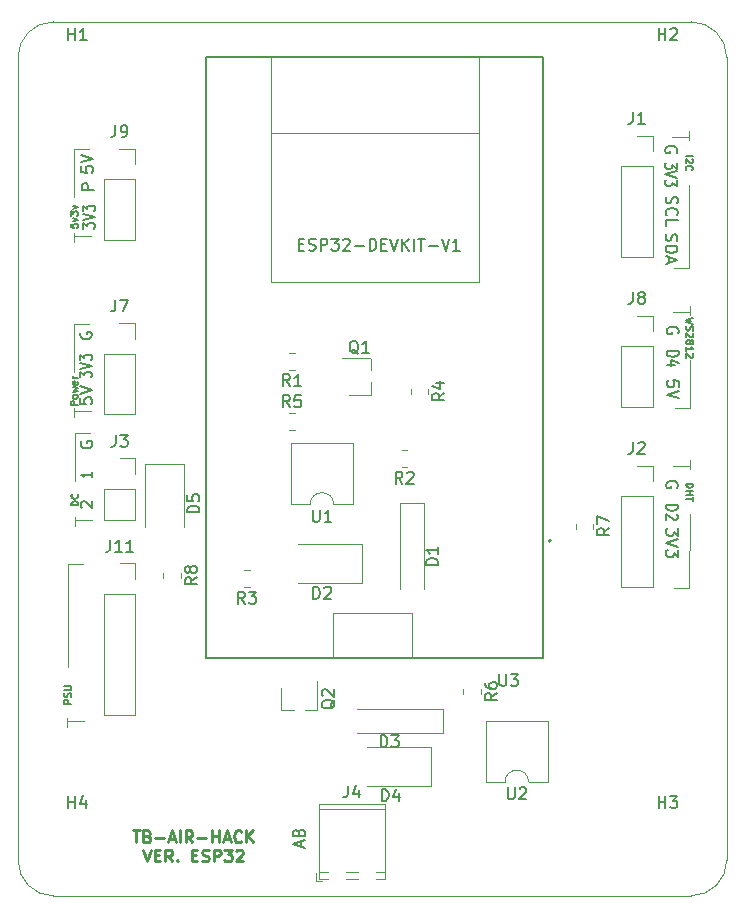
<source format=gbr>
%TF.GenerationSoftware,KiCad,Pcbnew,(6.0.7)*%
%TF.CreationDate,2022-08-26T02:08:05+02:00*%
%TF.ProjectId,airpcb_smd,61697270-6362-45f7-936d-642e6b696361,rev?*%
%TF.SameCoordinates,Original*%
%TF.FileFunction,Legend,Top*%
%TF.FilePolarity,Positive*%
%FSLAX46Y46*%
G04 Gerber Fmt 4.6, Leading zero omitted, Abs format (unit mm)*
G04 Created by KiCad (PCBNEW (6.0.7)) date 2022-08-26 02:08:05*
%MOMM*%
%LPD*%
G01*
G04 APERTURE LIST*
%ADD10C,0.250000*%
%ADD11C,0.120000*%
%TA.AperFunction,Profile*%
%ADD12C,0.050000*%
%TD*%
%ADD13C,0.150000*%
%ADD14C,0.127000*%
%ADD15C,0.200000*%
G04 APERTURE END LIST*
D10*
X109717142Y-118467380D02*
X110288571Y-118467380D01*
X110002857Y-119467380D02*
X110002857Y-118467380D01*
X110955238Y-118943571D02*
X111098095Y-118991190D01*
X111145714Y-119038809D01*
X111193333Y-119134047D01*
X111193333Y-119276904D01*
X111145714Y-119372142D01*
X111098095Y-119419761D01*
X111002857Y-119467380D01*
X110621904Y-119467380D01*
X110621904Y-118467380D01*
X110955238Y-118467380D01*
X111050476Y-118515000D01*
X111098095Y-118562619D01*
X111145714Y-118657857D01*
X111145714Y-118753095D01*
X111098095Y-118848333D01*
X111050476Y-118895952D01*
X110955238Y-118943571D01*
X110621904Y-118943571D01*
X111621904Y-119086428D02*
X112383809Y-119086428D01*
X112812380Y-119181666D02*
X113288571Y-119181666D01*
X112717142Y-119467380D02*
X113050476Y-118467380D01*
X113383809Y-119467380D01*
X113717142Y-119467380D02*
X113717142Y-118467380D01*
X114764761Y-119467380D02*
X114431428Y-118991190D01*
X114193333Y-119467380D02*
X114193333Y-118467380D01*
X114574285Y-118467380D01*
X114669523Y-118515000D01*
X114717142Y-118562619D01*
X114764761Y-118657857D01*
X114764761Y-118800714D01*
X114717142Y-118895952D01*
X114669523Y-118943571D01*
X114574285Y-118991190D01*
X114193333Y-118991190D01*
X115193333Y-119086428D02*
X115955238Y-119086428D01*
X116431428Y-119467380D02*
X116431428Y-118467380D01*
X116431428Y-118943571D02*
X117002857Y-118943571D01*
X117002857Y-119467380D02*
X117002857Y-118467380D01*
X117431428Y-119181666D02*
X117907619Y-119181666D01*
X117336190Y-119467380D02*
X117669523Y-118467380D01*
X118002857Y-119467380D01*
X118907619Y-119372142D02*
X118860000Y-119419761D01*
X118717142Y-119467380D01*
X118621904Y-119467380D01*
X118479047Y-119419761D01*
X118383809Y-119324523D01*
X118336190Y-119229285D01*
X118288571Y-119038809D01*
X118288571Y-118895952D01*
X118336190Y-118705476D01*
X118383809Y-118610238D01*
X118479047Y-118515000D01*
X118621904Y-118467380D01*
X118717142Y-118467380D01*
X118860000Y-118515000D01*
X118907619Y-118562619D01*
X119336190Y-119467380D02*
X119336190Y-118467380D01*
X119907619Y-119467380D02*
X119479047Y-118895952D01*
X119907619Y-118467380D02*
X119336190Y-119038809D01*
X110574285Y-120077380D02*
X110907619Y-121077380D01*
X111240952Y-120077380D01*
X111574285Y-120553571D02*
X111907619Y-120553571D01*
X112050476Y-121077380D02*
X111574285Y-121077380D01*
X111574285Y-120077380D01*
X112050476Y-120077380D01*
X113050476Y-121077380D02*
X112717142Y-120601190D01*
X112479047Y-121077380D02*
X112479047Y-120077380D01*
X112860000Y-120077380D01*
X112955238Y-120125000D01*
X113002857Y-120172619D01*
X113050476Y-120267857D01*
X113050476Y-120410714D01*
X113002857Y-120505952D01*
X112955238Y-120553571D01*
X112860000Y-120601190D01*
X112479047Y-120601190D01*
X113479047Y-120982142D02*
X113526666Y-121029761D01*
X113479047Y-121077380D01*
X113431428Y-121029761D01*
X113479047Y-120982142D01*
X113479047Y-121077380D01*
X114717142Y-120553571D02*
X115050476Y-120553571D01*
X115193333Y-121077380D02*
X114717142Y-121077380D01*
X114717142Y-120077380D01*
X115193333Y-120077380D01*
X115574285Y-121029761D02*
X115717142Y-121077380D01*
X115955238Y-121077380D01*
X116050476Y-121029761D01*
X116098095Y-120982142D01*
X116145714Y-120886904D01*
X116145714Y-120791666D01*
X116098095Y-120696428D01*
X116050476Y-120648809D01*
X115955238Y-120601190D01*
X115764761Y-120553571D01*
X115669523Y-120505952D01*
X115621904Y-120458333D01*
X115574285Y-120363095D01*
X115574285Y-120267857D01*
X115621904Y-120172619D01*
X115669523Y-120125000D01*
X115764761Y-120077380D01*
X116002857Y-120077380D01*
X116145714Y-120125000D01*
X116574285Y-121077380D02*
X116574285Y-120077380D01*
X116955238Y-120077380D01*
X117050476Y-120125000D01*
X117098095Y-120172619D01*
X117145714Y-120267857D01*
X117145714Y-120410714D01*
X117098095Y-120505952D01*
X117050476Y-120553571D01*
X116955238Y-120601190D01*
X116574285Y-120601190D01*
X117479047Y-120077380D02*
X118098095Y-120077380D01*
X117764761Y-120458333D01*
X117907619Y-120458333D01*
X118002857Y-120505952D01*
X118050476Y-120553571D01*
X118098095Y-120648809D01*
X118098095Y-120886904D01*
X118050476Y-120982142D01*
X118002857Y-121029761D01*
X117907619Y-121077380D01*
X117621904Y-121077380D01*
X117526666Y-121029761D01*
X117479047Y-120982142D01*
X118479047Y-120172619D02*
X118526666Y-120125000D01*
X118621904Y-120077380D01*
X118860000Y-120077380D01*
X118955238Y-120125000D01*
X119002857Y-120172619D01*
X119050476Y-120267857D01*
X119050476Y-120363095D01*
X119002857Y-120505952D01*
X118431428Y-121077380D01*
X119050476Y-121077380D01*
D11*
X133370000Y-100030000D02*
X133370000Y-103850000D01*
X126660000Y-100030000D02*
X133370000Y-100030000D01*
X126660000Y-103830000D02*
X126660000Y-100030000D01*
X121440000Y-59390000D02*
X139050000Y-59440000D01*
X139060000Y-71990000D02*
X139060000Y-52930000D01*
X121400000Y-72060000D02*
X139060000Y-71990000D01*
X121420000Y-53010000D02*
X121400000Y-72060000D01*
X104160000Y-109156000D02*
X104160000Y-108902000D01*
X104775000Y-75565000D02*
X106045000Y-75565000D01*
X104160000Y-109664000D02*
X104160000Y-109156000D01*
X104230000Y-95940000D02*
X105500000Y-95940000D01*
X156801379Y-59257202D02*
X156801379Y-59765202D01*
X104830000Y-92142000D02*
X106227000Y-92142000D01*
X104775000Y-82931000D02*
X104775000Y-82677000D01*
X104225000Y-104634000D02*
X104220000Y-95940000D01*
X104775000Y-79629000D02*
X104775000Y-75565000D01*
X104775000Y-83439000D02*
X104775000Y-82931000D01*
X156801379Y-59765202D02*
X156801379Y-60019202D01*
X156853305Y-87103970D02*
X156853305Y-87611970D01*
X156870000Y-74584000D02*
X156870000Y-74838000D01*
X156870000Y-78660000D02*
X156870000Y-82710000D01*
X104830000Y-92650000D02*
X104830000Y-92142000D01*
X156801379Y-63841202D02*
X156775000Y-70830000D01*
X104775000Y-68162000D02*
X106172000Y-68162000D01*
X104775000Y-60796000D02*
X106045000Y-60796000D01*
X156848305Y-97900000D02*
X155578305Y-97900000D01*
X156870000Y-74584000D02*
X155473000Y-74584000D01*
X156853305Y-87611970D02*
X155456305Y-87611970D01*
X156853305Y-87611970D02*
X156853305Y-87865970D01*
X104160000Y-109156000D02*
X105557000Y-109156000D01*
X104830000Y-84776000D02*
X106100000Y-84776000D01*
X156775000Y-70830000D02*
X155505000Y-70830000D01*
X156853305Y-91687970D02*
X156850000Y-97920000D01*
X104775000Y-68670000D02*
X104775000Y-68162000D01*
X156801379Y-59765202D02*
X155404379Y-59765202D01*
X104775000Y-64860000D02*
X104775000Y-60796000D01*
X104830000Y-88840000D02*
X104830000Y-84776000D01*
X104775000Y-68162000D02*
X104775000Y-67908000D01*
X104775000Y-82931000D02*
X106172000Y-82931000D01*
X156870000Y-74076000D02*
X156870000Y-74584000D01*
X156865000Y-82690000D02*
X155595000Y-82690000D01*
X104830000Y-92142000D02*
X104830000Y-91888000D01*
D12*
X103000000Y-50000000D02*
G75*
G03*
X100000000Y-53000000I0J-3000000D01*
G01*
X103000000Y-50000000D02*
X157000000Y-50000000D01*
X100000000Y-121000000D02*
G75*
G03*
X103000000Y-124000000I3000000J0D01*
G01*
X160000000Y-53000000D02*
G75*
G03*
X157000000Y-50000000I-3000000J0D01*
G01*
X160000000Y-53000000D02*
X160000000Y-121000000D01*
X103000000Y-124000000D02*
X157000000Y-124000000D01*
X100000000Y-53000000D02*
X100000000Y-121000000D01*
X157000000Y-124000000D02*
G75*
G03*
X160000000Y-121000000I0J3000000D01*
G01*
D13*
X105101428Y-90948142D02*
X104501428Y-90948142D01*
X104501428Y-90805285D01*
X104530000Y-90719571D01*
X104587142Y-90662428D01*
X104644285Y-90633857D01*
X104758571Y-90605285D01*
X104844285Y-90605285D01*
X104958571Y-90633857D01*
X105015714Y-90662428D01*
X105072857Y-90719571D01*
X105101428Y-90805285D01*
X105101428Y-90948142D01*
X105044285Y-90005285D02*
X105072857Y-90033857D01*
X105101428Y-90119571D01*
X105101428Y-90176714D01*
X105072857Y-90262428D01*
X105015714Y-90319571D01*
X104958571Y-90348142D01*
X104844285Y-90376714D01*
X104758571Y-90376714D01*
X104644285Y-90348142D01*
X104587142Y-90319571D01*
X104530000Y-90262428D01*
X104501428Y-90176714D01*
X104501428Y-90119571D01*
X104530000Y-90033857D01*
X104558571Y-90005285D01*
X154875238Y-67985714D02*
X154827619Y-68128571D01*
X154827619Y-68366666D01*
X154875238Y-68461904D01*
X154922857Y-68509523D01*
X155018095Y-68557142D01*
X155113333Y-68557142D01*
X155208571Y-68509523D01*
X155256190Y-68461904D01*
X155303809Y-68366666D01*
X155351428Y-68176190D01*
X155399047Y-68080952D01*
X155446666Y-68033333D01*
X155541904Y-67985714D01*
X155637142Y-67985714D01*
X155732380Y-68033333D01*
X155780000Y-68080952D01*
X155827619Y-68176190D01*
X155827619Y-68414285D01*
X155780000Y-68557142D01*
X154827619Y-68985714D02*
X155827619Y-68985714D01*
X155827619Y-69223809D01*
X155780000Y-69366666D01*
X155684761Y-69461904D01*
X155589523Y-69509523D01*
X155399047Y-69557142D01*
X155256190Y-69557142D01*
X155065714Y-69509523D01*
X154970476Y-69461904D01*
X154875238Y-69366666D01*
X154827619Y-69223809D01*
X154827619Y-68985714D01*
X155113333Y-69938095D02*
X155113333Y-70414285D01*
X154827619Y-69842857D02*
X155827619Y-70176190D01*
X154827619Y-70509523D01*
X105346000Y-85530095D02*
X105298380Y-85625333D01*
X105298380Y-85768190D01*
X105346000Y-85911047D01*
X105441238Y-86006285D01*
X105536476Y-86053904D01*
X105726952Y-86101523D01*
X105869809Y-86101523D01*
X106060285Y-86053904D01*
X106155523Y-86006285D01*
X106250761Y-85911047D01*
X106298380Y-85768190D01*
X106298380Y-85672952D01*
X106250761Y-85530095D01*
X106203142Y-85482476D01*
X105869809Y-85482476D01*
X105869809Y-85672952D01*
X157188571Y-75080488D02*
X156588571Y-75223345D01*
X157017142Y-75337631D01*
X156588571Y-75451917D01*
X157188571Y-75594774D01*
X156617142Y-75794774D02*
X156588571Y-75880488D01*
X156588571Y-76023345D01*
X156617142Y-76080488D01*
X156645714Y-76109060D01*
X156702857Y-76137631D01*
X156760000Y-76137631D01*
X156817142Y-76109060D01*
X156845714Y-76080488D01*
X156874285Y-76023345D01*
X156902857Y-75909060D01*
X156931428Y-75851917D01*
X156960000Y-75823345D01*
X157017142Y-75794774D01*
X157074285Y-75794774D01*
X157131428Y-75823345D01*
X157160000Y-75851917D01*
X157188571Y-75909060D01*
X157188571Y-76051917D01*
X157160000Y-76137631D01*
X157131428Y-76366203D02*
X157160000Y-76394774D01*
X157188571Y-76451917D01*
X157188571Y-76594774D01*
X157160000Y-76651917D01*
X157131428Y-76680488D01*
X157074285Y-76709060D01*
X157017142Y-76709060D01*
X156931428Y-76680488D01*
X156588571Y-76337631D01*
X156588571Y-76709060D01*
X156931428Y-77051917D02*
X156960000Y-76994774D01*
X156988571Y-76966203D01*
X157045714Y-76937631D01*
X157074285Y-76937631D01*
X157131428Y-76966203D01*
X157160000Y-76994774D01*
X157188571Y-77051917D01*
X157188571Y-77166203D01*
X157160000Y-77223345D01*
X157131428Y-77251917D01*
X157074285Y-77280488D01*
X157045714Y-77280488D01*
X156988571Y-77251917D01*
X156960000Y-77223345D01*
X156931428Y-77166203D01*
X156931428Y-77051917D01*
X156902857Y-76994774D01*
X156874285Y-76966203D01*
X156817142Y-76937631D01*
X156702857Y-76937631D01*
X156645714Y-76966203D01*
X156617142Y-76994774D01*
X156588571Y-77051917D01*
X156588571Y-77166203D01*
X156617142Y-77223345D01*
X156645714Y-77251917D01*
X156702857Y-77280488D01*
X156817142Y-77280488D01*
X156874285Y-77251917D01*
X156902857Y-77223345D01*
X156931428Y-77166203D01*
X156588571Y-77851917D02*
X156588571Y-77509060D01*
X156588571Y-77680488D02*
X157188571Y-77680488D01*
X157102857Y-77623345D01*
X157045714Y-77566203D01*
X157017142Y-77509060D01*
X157131428Y-78080488D02*
X157160000Y-78109060D01*
X157188571Y-78166203D01*
X157188571Y-78309060D01*
X157160000Y-78366203D01*
X157131428Y-78394774D01*
X157074285Y-78423345D01*
X157017142Y-78423345D01*
X156931428Y-78394774D01*
X156588571Y-78051917D01*
X156588571Y-78423345D01*
X155960302Y-80889523D02*
X155960302Y-80413333D01*
X155484111Y-80365714D01*
X155531730Y-80413333D01*
X155579349Y-80508571D01*
X155579349Y-80746666D01*
X155531730Y-80841904D01*
X155484111Y-80889523D01*
X155388873Y-80937142D01*
X155150778Y-80937142D01*
X155055540Y-80889523D01*
X155007921Y-80841904D01*
X154960302Y-80746666D01*
X154960302Y-80508571D01*
X155007921Y-80413333D01*
X155055540Y-80365714D01*
X155960302Y-81222857D02*
X154960302Y-81556190D01*
X155960302Y-81889523D01*
X155787619Y-61929523D02*
X155787619Y-62424761D01*
X155406666Y-62158095D01*
X155406666Y-62272380D01*
X155359047Y-62348571D01*
X155311428Y-62386666D01*
X155216190Y-62424761D01*
X154978095Y-62424761D01*
X154882857Y-62386666D01*
X154835238Y-62348571D01*
X154787619Y-62272380D01*
X154787619Y-62043809D01*
X154835238Y-61967619D01*
X154882857Y-61929523D01*
X155787619Y-62653333D02*
X154787619Y-62920000D01*
X155787619Y-63186666D01*
X155787619Y-63377142D02*
X155787619Y-63872380D01*
X155406666Y-63605714D01*
X155406666Y-63720000D01*
X155359047Y-63796190D01*
X155311428Y-63834285D01*
X155216190Y-63872380D01*
X154978095Y-63872380D01*
X154882857Y-63834285D01*
X154835238Y-63796190D01*
X154787619Y-63720000D01*
X154787619Y-63491428D01*
X154835238Y-63415238D01*
X154882857Y-63377142D01*
X104446428Y-67111000D02*
X104446428Y-67396714D01*
X104732142Y-67425285D01*
X104703571Y-67396714D01*
X104675000Y-67339571D01*
X104675000Y-67196714D01*
X104703571Y-67139571D01*
X104732142Y-67111000D01*
X104789285Y-67082428D01*
X104932142Y-67082428D01*
X104989285Y-67111000D01*
X105017857Y-67139571D01*
X105046428Y-67196714D01*
X105046428Y-67339571D01*
X105017857Y-67396714D01*
X104989285Y-67425285D01*
X104646428Y-66882428D02*
X105046428Y-66739571D01*
X104646428Y-66596714D01*
X104446428Y-66425285D02*
X104446428Y-66053857D01*
X104675000Y-66253857D01*
X104675000Y-66168142D01*
X104703571Y-66111000D01*
X104732142Y-66082428D01*
X104789285Y-66053857D01*
X104932142Y-66053857D01*
X104989285Y-66082428D01*
X105017857Y-66111000D01*
X105046428Y-66168142D01*
X105046428Y-66339571D01*
X105017857Y-66396714D01*
X104989285Y-66425285D01*
X104646428Y-65853857D02*
X105046428Y-65711000D01*
X104646428Y-65568142D01*
X106298380Y-88103428D02*
X106298380Y-88560571D01*
X106298380Y-88332000D02*
X105298380Y-88332000D01*
X105441238Y-88408190D01*
X105536476Y-88484380D01*
X105584095Y-88560571D01*
X155898263Y-92891904D02*
X155898263Y-93510952D01*
X155517310Y-93177619D01*
X155517310Y-93320476D01*
X155469691Y-93415714D01*
X155422072Y-93463333D01*
X155326834Y-93510952D01*
X155088739Y-93510952D01*
X154993501Y-93463333D01*
X154945882Y-93415714D01*
X154898263Y-93320476D01*
X154898263Y-93034761D01*
X154945882Y-92939523D01*
X154993501Y-92891904D01*
X155898263Y-93796666D02*
X154898263Y-94130000D01*
X155898263Y-94463333D01*
X155898263Y-94701428D02*
X155898263Y-95320476D01*
X155517310Y-94987142D01*
X155517310Y-95130000D01*
X155469691Y-95225238D01*
X155422072Y-95272857D01*
X155326834Y-95320476D01*
X155088739Y-95320476D01*
X154993501Y-95272857D01*
X154945882Y-95225238D01*
X154898263Y-95130000D01*
X154898263Y-94844285D01*
X154945882Y-94749047D01*
X154993501Y-94701428D01*
X154920302Y-77899523D02*
X155920302Y-77899523D01*
X155920302Y-78090000D01*
X155872683Y-78204285D01*
X155777444Y-78280476D01*
X155682206Y-78318571D01*
X155491730Y-78356666D01*
X155348873Y-78356666D01*
X155158397Y-78318571D01*
X155063159Y-78280476D01*
X154967921Y-78204285D01*
X154920302Y-78090000D01*
X154920302Y-77899523D01*
X155586968Y-79042380D02*
X154920302Y-79042380D01*
X155967921Y-78851904D02*
X155253635Y-78661428D01*
X155253635Y-79156666D01*
X105497380Y-67501476D02*
X105497380Y-67006238D01*
X105878333Y-67272904D01*
X105878333Y-67158619D01*
X105925952Y-67082428D01*
X105973571Y-67044333D01*
X106068809Y-67006238D01*
X106306904Y-67006238D01*
X106402142Y-67044333D01*
X106449761Y-67082428D01*
X106497380Y-67158619D01*
X106497380Y-67387190D01*
X106449761Y-67463380D01*
X106402142Y-67501476D01*
X105497380Y-66777666D02*
X106497380Y-66511000D01*
X105497380Y-66244333D01*
X105497380Y-66053857D02*
X105497380Y-65558619D01*
X105878333Y-65825285D01*
X105878333Y-65711000D01*
X105925952Y-65634809D01*
X105973571Y-65596714D01*
X106068809Y-65558619D01*
X106306904Y-65558619D01*
X106402142Y-65596714D01*
X106449761Y-65634809D01*
X106497380Y-65711000D01*
X106497380Y-65939571D01*
X106449761Y-66015761D01*
X106402142Y-66053857D01*
X156571876Y-89094173D02*
X157171876Y-89094173D01*
X157171876Y-89237030D01*
X157143305Y-89322744D01*
X157086162Y-89379887D01*
X157029019Y-89408458D01*
X156914733Y-89437030D01*
X156829019Y-89437030D01*
X156714733Y-89408458D01*
X156657590Y-89379887D01*
X156600447Y-89322744D01*
X156571876Y-89237030D01*
X156571876Y-89094173D01*
X156571876Y-89694173D02*
X157171876Y-89694173D01*
X156886162Y-89694173D02*
X156886162Y-90037030D01*
X156571876Y-90037030D02*
X157171876Y-90037030D01*
X157171876Y-90237030D02*
X157171876Y-90579887D01*
X156571876Y-90408458D02*
X157171876Y-90408458D01*
X104501428Y-107747142D02*
X103901428Y-107747142D01*
X103901428Y-107518571D01*
X103930000Y-107461428D01*
X103958571Y-107432857D01*
X104015714Y-107404285D01*
X104101428Y-107404285D01*
X104158571Y-107432857D01*
X104187142Y-107461428D01*
X104215714Y-107518571D01*
X104215714Y-107747142D01*
X104472857Y-107175714D02*
X104501428Y-107090000D01*
X104501428Y-106947142D01*
X104472857Y-106890000D01*
X104444285Y-106861428D01*
X104387142Y-106832857D01*
X104330000Y-106832857D01*
X104272857Y-106861428D01*
X104244285Y-106890000D01*
X104215714Y-106947142D01*
X104187142Y-107061428D01*
X104158571Y-107118571D01*
X104130000Y-107147142D01*
X104072857Y-107175714D01*
X104015714Y-107175714D01*
X103958571Y-107147142D01*
X103930000Y-107118571D01*
X103901428Y-107061428D01*
X103901428Y-106918571D01*
X103930000Y-106832857D01*
X103901428Y-106575714D02*
X104387142Y-106575714D01*
X104444285Y-106547142D01*
X104472857Y-106518571D01*
X104501428Y-106461428D01*
X104501428Y-106347142D01*
X104472857Y-106290000D01*
X104444285Y-106261428D01*
X104387142Y-106232857D01*
X103901428Y-106232857D01*
X105291000Y-76319095D02*
X105243380Y-76414333D01*
X105243380Y-76557190D01*
X105291000Y-76700047D01*
X105386238Y-76795285D01*
X105481476Y-76842904D01*
X105671952Y-76890523D01*
X105814809Y-76890523D01*
X106005285Y-76842904D01*
X106100523Y-76795285D01*
X106195761Y-76700047D01*
X106243380Y-76557190D01*
X106243380Y-76461952D01*
X106195761Y-76319095D01*
X106148142Y-76271476D01*
X105814809Y-76271476D01*
X105814809Y-76461952D01*
X154893956Y-64809523D02*
X154846337Y-64952380D01*
X154846337Y-65190476D01*
X154893956Y-65285714D01*
X154941575Y-65333333D01*
X155036813Y-65380952D01*
X155132051Y-65380952D01*
X155227289Y-65333333D01*
X155274908Y-65285714D01*
X155322527Y-65190476D01*
X155370146Y-65000000D01*
X155417765Y-64904761D01*
X155465384Y-64857142D01*
X155560622Y-64809523D01*
X155655860Y-64809523D01*
X155751098Y-64857142D01*
X155798718Y-64904761D01*
X155846337Y-65000000D01*
X155846337Y-65238095D01*
X155798718Y-65380952D01*
X154941575Y-66380952D02*
X154893956Y-66333333D01*
X154846337Y-66190476D01*
X154846337Y-66095238D01*
X154893956Y-65952380D01*
X154989194Y-65857142D01*
X155084432Y-65809523D01*
X155274908Y-65761904D01*
X155417765Y-65761904D01*
X155608241Y-65809523D01*
X155703479Y-65857142D01*
X155798718Y-65952380D01*
X155846337Y-66095238D01*
X155846337Y-66190476D01*
X155798718Y-66333333D01*
X155751098Y-66380952D01*
X154846337Y-67285714D02*
X154846337Y-66809523D01*
X155846337Y-66809523D01*
X155810644Y-89431904D02*
X155858263Y-89336666D01*
X155858263Y-89193809D01*
X155810644Y-89050952D01*
X155715405Y-88955714D01*
X155620167Y-88908095D01*
X155429691Y-88860476D01*
X155286834Y-88860476D01*
X155096358Y-88908095D01*
X155001120Y-88955714D01*
X154905882Y-89050952D01*
X154858263Y-89193809D01*
X154858263Y-89289047D01*
X154905882Y-89431904D01*
X154953501Y-89479523D01*
X155286834Y-89479523D01*
X155286834Y-89289047D01*
X155758718Y-61071904D02*
X155806337Y-60976666D01*
X155806337Y-60833809D01*
X155758718Y-60690952D01*
X155663479Y-60595714D01*
X155568241Y-60548095D01*
X155377765Y-60500476D01*
X155234908Y-60500476D01*
X155044432Y-60548095D01*
X154949194Y-60595714D01*
X154853956Y-60690952D01*
X154806337Y-60833809D01*
X154806337Y-60929047D01*
X154853956Y-61071904D01*
X154901575Y-61119523D01*
X155234908Y-61119523D01*
X155234908Y-60929047D01*
X105046428Y-82465714D02*
X104446428Y-82465714D01*
X104446428Y-82237142D01*
X104475000Y-82180000D01*
X104503571Y-82151428D01*
X104560714Y-82122857D01*
X104646428Y-82122857D01*
X104703571Y-82151428D01*
X104732142Y-82180000D01*
X104760714Y-82237142D01*
X104760714Y-82465714D01*
X105046428Y-81780000D02*
X105017857Y-81837142D01*
X104989285Y-81865714D01*
X104932142Y-81894285D01*
X104760714Y-81894285D01*
X104703571Y-81865714D01*
X104675000Y-81837142D01*
X104646428Y-81780000D01*
X104646428Y-81694285D01*
X104675000Y-81637142D01*
X104703571Y-81608571D01*
X104760714Y-81580000D01*
X104932142Y-81580000D01*
X104989285Y-81608571D01*
X105017857Y-81637142D01*
X105046428Y-81694285D01*
X105046428Y-81780000D01*
X104646428Y-81380000D02*
X105046428Y-81265714D01*
X104760714Y-81151428D01*
X105046428Y-81037142D01*
X104646428Y-80922857D01*
X105017857Y-80465714D02*
X105046428Y-80522857D01*
X105046428Y-80637142D01*
X105017857Y-80694285D01*
X104960714Y-80722857D01*
X104732142Y-80722857D01*
X104675000Y-80694285D01*
X104646428Y-80637142D01*
X104646428Y-80522857D01*
X104675000Y-80465714D01*
X104732142Y-80437142D01*
X104789285Y-80437142D01*
X104846428Y-80722857D01*
X105046428Y-80180000D02*
X104646428Y-80180000D01*
X104760714Y-80180000D02*
X104703571Y-80151428D01*
X104675000Y-80122857D01*
X104646428Y-80065714D01*
X104646428Y-80008571D01*
X106392380Y-64242904D02*
X105392380Y-64242904D01*
X105392380Y-63861952D01*
X105440000Y-63766714D01*
X105487619Y-63719095D01*
X105582857Y-63671476D01*
X105725714Y-63671476D01*
X105820952Y-63719095D01*
X105868571Y-63766714D01*
X105916190Y-63861952D01*
X105916190Y-64242904D01*
X156519950Y-61361690D02*
X157119950Y-61361690D01*
X157062807Y-61618833D02*
X157091379Y-61647405D01*
X157119950Y-61704547D01*
X157119950Y-61847405D01*
X157091379Y-61904547D01*
X157062807Y-61933119D01*
X157005664Y-61961690D01*
X156948521Y-61961690D01*
X156862807Y-61933119D01*
X156519950Y-61590262D01*
X156519950Y-61961690D01*
X156577093Y-62561690D02*
X156548521Y-62533119D01*
X156519950Y-62447405D01*
X156519950Y-62390262D01*
X156548521Y-62304547D01*
X156605664Y-62247405D01*
X156662807Y-62218833D01*
X156777093Y-62190262D01*
X156862807Y-62190262D01*
X156977093Y-62218833D01*
X157034236Y-62247405D01*
X157091379Y-62304547D01*
X157119950Y-62390262D01*
X157119950Y-62447405D01*
X157091379Y-62533119D01*
X157062807Y-62561690D01*
X105243380Y-81851476D02*
X105243380Y-82327666D01*
X105719571Y-82375285D01*
X105671952Y-82327666D01*
X105624333Y-82232428D01*
X105624333Y-81994333D01*
X105671952Y-81899095D01*
X105719571Y-81851476D01*
X105814809Y-81803857D01*
X106052904Y-81803857D01*
X106148142Y-81851476D01*
X106195761Y-81899095D01*
X106243380Y-81994333D01*
X106243380Y-82232428D01*
X106195761Y-82327666D01*
X106148142Y-82375285D01*
X105243380Y-81518142D02*
X106243380Y-81184809D01*
X105243380Y-80851476D01*
X105352380Y-62241476D02*
X105352380Y-62717666D01*
X105828571Y-62765285D01*
X105780952Y-62717666D01*
X105733333Y-62622428D01*
X105733333Y-62384333D01*
X105780952Y-62289095D01*
X105828571Y-62241476D01*
X105923809Y-62193857D01*
X106161904Y-62193857D01*
X106257142Y-62241476D01*
X106304761Y-62289095D01*
X106352380Y-62384333D01*
X106352380Y-62622428D01*
X106304761Y-62717666D01*
X106257142Y-62765285D01*
X105352380Y-61908142D02*
X106352380Y-61574809D01*
X105352380Y-61241476D01*
X105243380Y-80111476D02*
X105243380Y-79616238D01*
X105624333Y-79882904D01*
X105624333Y-79768619D01*
X105671952Y-79692428D01*
X105719571Y-79654333D01*
X105814809Y-79616238D01*
X106052904Y-79616238D01*
X106148142Y-79654333D01*
X106195761Y-79692428D01*
X106243380Y-79768619D01*
X106243380Y-79997190D01*
X106195761Y-80073380D01*
X106148142Y-80111476D01*
X105243380Y-79387666D02*
X106243380Y-79121000D01*
X105243380Y-78854333D01*
X105243380Y-78663857D02*
X105243380Y-78168619D01*
X105624333Y-78435285D01*
X105624333Y-78321000D01*
X105671952Y-78244809D01*
X105719571Y-78206714D01*
X105814809Y-78168619D01*
X106052904Y-78168619D01*
X106148142Y-78206714D01*
X106195761Y-78244809D01*
X106243380Y-78321000D01*
X106243380Y-78549571D01*
X106195761Y-78625761D01*
X106148142Y-78663857D01*
X155872683Y-76381904D02*
X155920302Y-76286666D01*
X155920302Y-76143809D01*
X155872683Y-76000952D01*
X155777444Y-75905714D01*
X155682206Y-75858095D01*
X155491730Y-75810476D01*
X155348873Y-75810476D01*
X155158397Y-75858095D01*
X155063159Y-75905714D01*
X154967921Y-76000952D01*
X154920302Y-76143809D01*
X154920302Y-76239047D01*
X154967921Y-76381904D01*
X155015540Y-76429523D01*
X155348873Y-76429523D01*
X155348873Y-76239047D01*
X105393619Y-91157714D02*
X105346000Y-91110095D01*
X105298380Y-91014857D01*
X105298380Y-90776761D01*
X105346000Y-90681523D01*
X105393619Y-90633904D01*
X105488857Y-90586285D01*
X105584095Y-90586285D01*
X105726952Y-90633904D01*
X106298380Y-91205333D01*
X106298380Y-90586285D01*
X154858263Y-90949523D02*
X155858263Y-90949523D01*
X155858263Y-91140000D01*
X155810644Y-91254285D01*
X155715405Y-91330476D01*
X155620167Y-91368571D01*
X155429691Y-91406666D01*
X155286834Y-91406666D01*
X155096358Y-91368571D01*
X155001120Y-91330476D01*
X154905882Y-91254285D01*
X154858263Y-91140000D01*
X154858263Y-90949523D01*
X155763024Y-91711428D02*
X155810644Y-91749523D01*
X155858263Y-91825714D01*
X155858263Y-92016190D01*
X155810644Y-92092380D01*
X155763024Y-92130476D01*
X155667786Y-92168571D01*
X155572548Y-92168571D01*
X155429691Y-92130476D01*
X154858263Y-91673333D01*
X154858263Y-92168571D01*
%TO.C,Q2*%
X126822619Y-107410238D02*
X126775000Y-107505476D01*
X126679761Y-107600714D01*
X126536904Y-107743571D01*
X126489285Y-107838809D01*
X126489285Y-107934047D01*
X126727380Y-107886428D02*
X126679761Y-107981666D01*
X126584523Y-108076904D01*
X126394047Y-108124523D01*
X126060714Y-108124523D01*
X125870238Y-108076904D01*
X125775000Y-107981666D01*
X125727380Y-107886428D01*
X125727380Y-107695952D01*
X125775000Y-107600714D01*
X125870238Y-107505476D01*
X126060714Y-107457857D01*
X126394047Y-107457857D01*
X126584523Y-107505476D01*
X126679761Y-107600714D01*
X126727380Y-107695952D01*
X126727380Y-107886428D01*
X125822619Y-107076904D02*
X125775000Y-107029285D01*
X125727380Y-106934047D01*
X125727380Y-106695952D01*
X125775000Y-106600714D01*
X125822619Y-106553095D01*
X125917857Y-106505476D01*
X126013095Y-106505476D01*
X126155952Y-106553095D01*
X126727380Y-107124523D01*
X126727380Y-106505476D01*
%TO.C,Q1*%
X128809761Y-78107619D02*
X128714523Y-78060000D01*
X128619285Y-77964761D01*
X128476428Y-77821904D01*
X128381190Y-77774285D01*
X128285952Y-77774285D01*
X128333571Y-78012380D02*
X128238333Y-77964761D01*
X128143095Y-77869523D01*
X128095476Y-77679047D01*
X128095476Y-77345714D01*
X128143095Y-77155238D01*
X128238333Y-77060000D01*
X128333571Y-77012380D01*
X128524047Y-77012380D01*
X128619285Y-77060000D01*
X128714523Y-77155238D01*
X128762142Y-77345714D01*
X128762142Y-77679047D01*
X128714523Y-77869523D01*
X128619285Y-77964761D01*
X128524047Y-78012380D01*
X128333571Y-78012380D01*
X129714523Y-78012380D02*
X129143095Y-78012380D01*
X129428809Y-78012380D02*
X129428809Y-77012380D01*
X129333571Y-77155238D01*
X129238333Y-77250476D01*
X129143095Y-77298095D01*
%TO.C,U3*%
X140758095Y-105227380D02*
X140758095Y-106036904D01*
X140805714Y-106132142D01*
X140853333Y-106179761D01*
X140948571Y-106227380D01*
X141139047Y-106227380D01*
X141234285Y-106179761D01*
X141281904Y-106132142D01*
X141329523Y-106036904D01*
X141329523Y-105227380D01*
X141710476Y-105227380D02*
X142329523Y-105227380D01*
X141996190Y-105608333D01*
X142139047Y-105608333D01*
X142234285Y-105655952D01*
X142281904Y-105703571D01*
X142329523Y-105798809D01*
X142329523Y-106036904D01*
X142281904Y-106132142D01*
X142234285Y-106179761D01*
X142139047Y-106227380D01*
X141853333Y-106227380D01*
X141758095Y-106179761D01*
X141710476Y-106132142D01*
X123764285Y-68838571D02*
X124097619Y-68838571D01*
X124240476Y-69362380D02*
X123764285Y-69362380D01*
X123764285Y-68362380D01*
X124240476Y-68362380D01*
X124621428Y-69314761D02*
X124764285Y-69362380D01*
X125002380Y-69362380D01*
X125097619Y-69314761D01*
X125145238Y-69267142D01*
X125192857Y-69171904D01*
X125192857Y-69076666D01*
X125145238Y-68981428D01*
X125097619Y-68933809D01*
X125002380Y-68886190D01*
X124811904Y-68838571D01*
X124716666Y-68790952D01*
X124669047Y-68743333D01*
X124621428Y-68648095D01*
X124621428Y-68552857D01*
X124669047Y-68457619D01*
X124716666Y-68410000D01*
X124811904Y-68362380D01*
X125050000Y-68362380D01*
X125192857Y-68410000D01*
X125621428Y-69362380D02*
X125621428Y-68362380D01*
X126002380Y-68362380D01*
X126097619Y-68410000D01*
X126145238Y-68457619D01*
X126192857Y-68552857D01*
X126192857Y-68695714D01*
X126145238Y-68790952D01*
X126097619Y-68838571D01*
X126002380Y-68886190D01*
X125621428Y-68886190D01*
X126526190Y-68362380D02*
X127145238Y-68362380D01*
X126811904Y-68743333D01*
X126954761Y-68743333D01*
X127050000Y-68790952D01*
X127097619Y-68838571D01*
X127145238Y-68933809D01*
X127145238Y-69171904D01*
X127097619Y-69267142D01*
X127050000Y-69314761D01*
X126954761Y-69362380D01*
X126669047Y-69362380D01*
X126573809Y-69314761D01*
X126526190Y-69267142D01*
X127526190Y-68457619D02*
X127573809Y-68410000D01*
X127669047Y-68362380D01*
X127907142Y-68362380D01*
X128002380Y-68410000D01*
X128050000Y-68457619D01*
X128097619Y-68552857D01*
X128097619Y-68648095D01*
X128050000Y-68790952D01*
X127478571Y-69362380D01*
X128097619Y-69362380D01*
X128526190Y-68981428D02*
X129288095Y-68981428D01*
X129764285Y-69362380D02*
X129764285Y-68362380D01*
X130002380Y-68362380D01*
X130145238Y-68410000D01*
X130240476Y-68505238D01*
X130288095Y-68600476D01*
X130335714Y-68790952D01*
X130335714Y-68933809D01*
X130288095Y-69124285D01*
X130240476Y-69219523D01*
X130145238Y-69314761D01*
X130002380Y-69362380D01*
X129764285Y-69362380D01*
X130764285Y-68838571D02*
X131097619Y-68838571D01*
X131240476Y-69362380D02*
X130764285Y-69362380D01*
X130764285Y-68362380D01*
X131240476Y-68362380D01*
X131526190Y-68362380D02*
X131859523Y-69362380D01*
X132192857Y-68362380D01*
X132526190Y-69362380D02*
X132526190Y-68362380D01*
X133097619Y-69362380D02*
X132669047Y-68790952D01*
X133097619Y-68362380D02*
X132526190Y-68933809D01*
X133526190Y-69362380D02*
X133526190Y-68362380D01*
X133859523Y-68362380D02*
X134430952Y-68362380D01*
X134145238Y-69362380D02*
X134145238Y-68362380D01*
X134764285Y-68981428D02*
X135526190Y-68981428D01*
X135859523Y-68362380D02*
X136192857Y-69362380D01*
X136526190Y-68362380D01*
X137383333Y-69362380D02*
X136811904Y-69362380D01*
X137097619Y-69362380D02*
X137097619Y-68362380D01*
X137002380Y-68505238D01*
X136907142Y-68600476D01*
X136811904Y-68648095D01*
%TO.C,J4*%
X127936666Y-114672380D02*
X127936666Y-115386666D01*
X127889047Y-115529523D01*
X127793809Y-115624761D01*
X127650952Y-115672380D01*
X127555714Y-115672380D01*
X128841428Y-115005714D02*
X128841428Y-115672380D01*
X128603333Y-114624761D02*
X128365238Y-115339047D01*
X128984285Y-115339047D01*
X123991666Y-119868095D02*
X123991666Y-119391904D01*
X124277380Y-119963333D02*
X123277380Y-119630000D01*
X124277380Y-119296666D01*
X123753571Y-118630000D02*
X123801190Y-118487142D01*
X123848809Y-118439523D01*
X123944047Y-118391904D01*
X124086904Y-118391904D01*
X124182142Y-118439523D01*
X124229761Y-118487142D01*
X124277380Y-118582380D01*
X124277380Y-118963333D01*
X123277380Y-118963333D01*
X123277380Y-118630000D01*
X123325000Y-118534761D01*
X123372619Y-118487142D01*
X123467857Y-118439523D01*
X123563095Y-118439523D01*
X123658333Y-118487142D01*
X123705952Y-118534761D01*
X123753571Y-118630000D01*
X123753571Y-118963333D01*
%TO.C,D5*%
X115347380Y-91543095D02*
X114347380Y-91543095D01*
X114347380Y-91305000D01*
X114395000Y-91162142D01*
X114490238Y-91066904D01*
X114585476Y-91019285D01*
X114775952Y-90971666D01*
X114918809Y-90971666D01*
X115109285Y-91019285D01*
X115204523Y-91066904D01*
X115299761Y-91162142D01*
X115347380Y-91305000D01*
X115347380Y-91543095D01*
X114347380Y-90066904D02*
X114347380Y-90543095D01*
X114823571Y-90590714D01*
X114775952Y-90543095D01*
X114728333Y-90447857D01*
X114728333Y-90209761D01*
X114775952Y-90114523D01*
X114823571Y-90066904D01*
X114918809Y-90019285D01*
X115156904Y-90019285D01*
X115252142Y-90066904D01*
X115299761Y-90114523D01*
X115347380Y-90209761D01*
X115347380Y-90447857D01*
X115299761Y-90543095D01*
X115252142Y-90590714D01*
%TO.C,U2*%
X141468095Y-114817380D02*
X141468095Y-115626904D01*
X141515714Y-115722142D01*
X141563333Y-115769761D01*
X141658571Y-115817380D01*
X141849047Y-115817380D01*
X141944285Y-115769761D01*
X141991904Y-115722142D01*
X142039523Y-115626904D01*
X142039523Y-114817380D01*
X142468095Y-114912619D02*
X142515714Y-114865000D01*
X142610952Y-114817380D01*
X142849047Y-114817380D01*
X142944285Y-114865000D01*
X142991904Y-114912619D01*
X143039523Y-115007857D01*
X143039523Y-115103095D01*
X142991904Y-115245952D01*
X142420476Y-115817380D01*
X143039523Y-115817380D01*
%TO.C,H1*%
X104238095Y-51552380D02*
X104238095Y-50552380D01*
X104238095Y-51028571D02*
X104809523Y-51028571D01*
X104809523Y-51552380D02*
X104809523Y-50552380D01*
X105809523Y-51552380D02*
X105238095Y-51552380D01*
X105523809Y-51552380D02*
X105523809Y-50552380D01*
X105428571Y-50695238D01*
X105333333Y-50790476D01*
X105238095Y-50838095D01*
%TO.C,R6*%
X140532380Y-106846666D02*
X140056190Y-107180000D01*
X140532380Y-107418095D02*
X139532380Y-107418095D01*
X139532380Y-107037142D01*
X139580000Y-106941904D01*
X139627619Y-106894285D01*
X139722857Y-106846666D01*
X139865714Y-106846666D01*
X139960952Y-106894285D01*
X140008571Y-106941904D01*
X140056190Y-107037142D01*
X140056190Y-107418095D01*
X139532380Y-105989523D02*
X139532380Y-106180000D01*
X139580000Y-106275238D01*
X139627619Y-106322857D01*
X139770476Y-106418095D01*
X139960952Y-106465714D01*
X140341904Y-106465714D01*
X140437142Y-106418095D01*
X140484761Y-106370476D01*
X140532380Y-106275238D01*
X140532380Y-106084761D01*
X140484761Y-105989523D01*
X140437142Y-105941904D01*
X140341904Y-105894285D01*
X140103809Y-105894285D01*
X140008571Y-105941904D01*
X139960952Y-105989523D01*
X139913333Y-106084761D01*
X139913333Y-106275238D01*
X139960952Y-106370476D01*
X140008571Y-106418095D01*
X140103809Y-106465714D01*
%TO.C,J2*%
X152066666Y-85582380D02*
X152066666Y-86296666D01*
X152019047Y-86439523D01*
X151923809Y-86534761D01*
X151780952Y-86582380D01*
X151685714Y-86582380D01*
X152495238Y-85677619D02*
X152542857Y-85630000D01*
X152638095Y-85582380D01*
X152876190Y-85582380D01*
X152971428Y-85630000D01*
X153019047Y-85677619D01*
X153066666Y-85772857D01*
X153066666Y-85868095D01*
X153019047Y-86010952D01*
X152447619Y-86582380D01*
X153066666Y-86582380D01*
%TO.C,D1*%
X135552380Y-95988095D02*
X134552380Y-95988095D01*
X134552380Y-95750000D01*
X134600000Y-95607142D01*
X134695238Y-95511904D01*
X134790476Y-95464285D01*
X134980952Y-95416666D01*
X135123809Y-95416666D01*
X135314285Y-95464285D01*
X135409523Y-95511904D01*
X135504761Y-95607142D01*
X135552380Y-95750000D01*
X135552380Y-95988095D01*
X135552380Y-94464285D02*
X135552380Y-95035714D01*
X135552380Y-94750000D02*
X134552380Y-94750000D01*
X134695238Y-94845238D01*
X134790476Y-94940476D01*
X134838095Y-95035714D01*
%TO.C,J1*%
X152066666Y-57642380D02*
X152066666Y-58356666D01*
X152019047Y-58499523D01*
X151923809Y-58594761D01*
X151780952Y-58642380D01*
X151685714Y-58642380D01*
X153066666Y-58642380D02*
X152495238Y-58642380D01*
X152780952Y-58642380D02*
X152780952Y-57642380D01*
X152685714Y-57785238D01*
X152590476Y-57880476D01*
X152495238Y-57928095D01*
%TO.C,J7*%
X108251666Y-73517380D02*
X108251666Y-74231666D01*
X108204047Y-74374523D01*
X108108809Y-74469761D01*
X107965952Y-74517380D01*
X107870714Y-74517380D01*
X108632619Y-73517380D02*
X109299285Y-73517380D01*
X108870714Y-74517380D01*
%TO.C,D3*%
X130706904Y-111422380D02*
X130706904Y-110422380D01*
X130945000Y-110422380D01*
X131087857Y-110470000D01*
X131183095Y-110565238D01*
X131230714Y-110660476D01*
X131278333Y-110850952D01*
X131278333Y-110993809D01*
X131230714Y-111184285D01*
X131183095Y-111279523D01*
X131087857Y-111374761D01*
X130945000Y-111422380D01*
X130706904Y-111422380D01*
X131611666Y-110422380D02*
X132230714Y-110422380D01*
X131897380Y-110803333D01*
X132040238Y-110803333D01*
X132135476Y-110850952D01*
X132183095Y-110898571D01*
X132230714Y-110993809D01*
X132230714Y-111231904D01*
X132183095Y-111327142D01*
X132135476Y-111374761D01*
X132040238Y-111422380D01*
X131754523Y-111422380D01*
X131659285Y-111374761D01*
X131611666Y-111327142D01*
%TO.C,U1*%
X124968095Y-91317380D02*
X124968095Y-92126904D01*
X125015714Y-92222142D01*
X125063333Y-92269761D01*
X125158571Y-92317380D01*
X125349047Y-92317380D01*
X125444285Y-92269761D01*
X125491904Y-92222142D01*
X125539523Y-92126904D01*
X125539523Y-91317380D01*
X126539523Y-92317380D02*
X125968095Y-92317380D01*
X126253809Y-92317380D02*
X126253809Y-91317380D01*
X126158571Y-91460238D01*
X126063333Y-91555476D01*
X125968095Y-91603095D01*
%TO.C,D2*%
X124991904Y-98837380D02*
X124991904Y-97837380D01*
X125230000Y-97837380D01*
X125372857Y-97885000D01*
X125468095Y-97980238D01*
X125515714Y-98075476D01*
X125563333Y-98265952D01*
X125563333Y-98408809D01*
X125515714Y-98599285D01*
X125468095Y-98694523D01*
X125372857Y-98789761D01*
X125230000Y-98837380D01*
X124991904Y-98837380D01*
X125944285Y-97932619D02*
X125991904Y-97885000D01*
X126087142Y-97837380D01*
X126325238Y-97837380D01*
X126420476Y-97885000D01*
X126468095Y-97932619D01*
X126515714Y-98027857D01*
X126515714Y-98123095D01*
X126468095Y-98265952D01*
X125896666Y-98837380D01*
X126515714Y-98837380D01*
%TO.C,J9*%
X108251666Y-58748380D02*
X108251666Y-59462666D01*
X108204047Y-59605523D01*
X108108809Y-59700761D01*
X107965952Y-59748380D01*
X107870714Y-59748380D01*
X108775476Y-59748380D02*
X108965952Y-59748380D01*
X109061190Y-59700761D01*
X109108809Y-59653142D01*
X109204047Y-59510285D01*
X109251666Y-59319809D01*
X109251666Y-58938857D01*
X109204047Y-58843619D01*
X109156428Y-58796000D01*
X109061190Y-58748380D01*
X108870714Y-58748380D01*
X108775476Y-58796000D01*
X108727857Y-58843619D01*
X108680238Y-58938857D01*
X108680238Y-59176952D01*
X108727857Y-59272190D01*
X108775476Y-59319809D01*
X108870714Y-59367428D01*
X109061190Y-59367428D01*
X109156428Y-59319809D01*
X109204047Y-59272190D01*
X109251666Y-59176952D01*
%TO.C,H2*%
X154238095Y-51552380D02*
X154238095Y-50552380D01*
X154238095Y-51028571D02*
X154809523Y-51028571D01*
X154809523Y-51552380D02*
X154809523Y-50552380D01*
X155238095Y-50647619D02*
X155285714Y-50600000D01*
X155380952Y-50552380D01*
X155619047Y-50552380D01*
X155714285Y-50600000D01*
X155761904Y-50647619D01*
X155809523Y-50742857D01*
X155809523Y-50838095D01*
X155761904Y-50980952D01*
X155190476Y-51552380D01*
X155809523Y-51552380D01*
%TO.C,R5*%
X123023333Y-82622380D02*
X122690000Y-82146190D01*
X122451904Y-82622380D02*
X122451904Y-81622380D01*
X122832857Y-81622380D01*
X122928095Y-81670000D01*
X122975714Y-81717619D01*
X123023333Y-81812857D01*
X123023333Y-81955714D01*
X122975714Y-82050952D01*
X122928095Y-82098571D01*
X122832857Y-82146190D01*
X122451904Y-82146190D01*
X123928095Y-81622380D02*
X123451904Y-81622380D01*
X123404285Y-82098571D01*
X123451904Y-82050952D01*
X123547142Y-82003333D01*
X123785238Y-82003333D01*
X123880476Y-82050952D01*
X123928095Y-82098571D01*
X123975714Y-82193809D01*
X123975714Y-82431904D01*
X123928095Y-82527142D01*
X123880476Y-82574761D01*
X123785238Y-82622380D01*
X123547142Y-82622380D01*
X123451904Y-82574761D01*
X123404285Y-82527142D01*
%TO.C,D4*%
X130801904Y-115982380D02*
X130801904Y-114982380D01*
X131040000Y-114982380D01*
X131182857Y-115030000D01*
X131278095Y-115125238D01*
X131325714Y-115220476D01*
X131373333Y-115410952D01*
X131373333Y-115553809D01*
X131325714Y-115744285D01*
X131278095Y-115839523D01*
X131182857Y-115934761D01*
X131040000Y-115982380D01*
X130801904Y-115982380D01*
X132230476Y-115315714D02*
X132230476Y-115982380D01*
X131992380Y-114934761D02*
X131754285Y-115649047D01*
X132373333Y-115649047D01*
%TO.C,R8*%
X115132380Y-97044166D02*
X114656190Y-97377500D01*
X115132380Y-97615595D02*
X114132380Y-97615595D01*
X114132380Y-97234642D01*
X114180000Y-97139404D01*
X114227619Y-97091785D01*
X114322857Y-97044166D01*
X114465714Y-97044166D01*
X114560952Y-97091785D01*
X114608571Y-97139404D01*
X114656190Y-97234642D01*
X114656190Y-97615595D01*
X114560952Y-96472738D02*
X114513333Y-96567976D01*
X114465714Y-96615595D01*
X114370476Y-96663214D01*
X114322857Y-96663214D01*
X114227619Y-96615595D01*
X114180000Y-96567976D01*
X114132380Y-96472738D01*
X114132380Y-96282261D01*
X114180000Y-96187023D01*
X114227619Y-96139404D01*
X114322857Y-96091785D01*
X114370476Y-96091785D01*
X114465714Y-96139404D01*
X114513333Y-96187023D01*
X114560952Y-96282261D01*
X114560952Y-96472738D01*
X114608571Y-96567976D01*
X114656190Y-96615595D01*
X114751428Y-96663214D01*
X114941904Y-96663214D01*
X115037142Y-96615595D01*
X115084761Y-96567976D01*
X115132380Y-96472738D01*
X115132380Y-96282261D01*
X115084761Y-96187023D01*
X115037142Y-96139404D01*
X114941904Y-96091785D01*
X114751428Y-96091785D01*
X114656190Y-96139404D01*
X114608571Y-96187023D01*
X114560952Y-96282261D01*
%TO.C,R3*%
X119213333Y-99257380D02*
X118880000Y-98781190D01*
X118641904Y-99257380D02*
X118641904Y-98257380D01*
X119022857Y-98257380D01*
X119118095Y-98305000D01*
X119165714Y-98352619D01*
X119213333Y-98447857D01*
X119213333Y-98590714D01*
X119165714Y-98685952D01*
X119118095Y-98733571D01*
X119022857Y-98781190D01*
X118641904Y-98781190D01*
X119546666Y-98257380D02*
X120165714Y-98257380D01*
X119832380Y-98638333D01*
X119975238Y-98638333D01*
X120070476Y-98685952D01*
X120118095Y-98733571D01*
X120165714Y-98828809D01*
X120165714Y-99066904D01*
X120118095Y-99162142D01*
X120070476Y-99209761D01*
X119975238Y-99257380D01*
X119689523Y-99257380D01*
X119594285Y-99209761D01*
X119546666Y-99162142D01*
%TO.C,R2*%
X132548333Y-89097380D02*
X132215000Y-88621190D01*
X131976904Y-89097380D02*
X131976904Y-88097380D01*
X132357857Y-88097380D01*
X132453095Y-88145000D01*
X132500714Y-88192619D01*
X132548333Y-88287857D01*
X132548333Y-88430714D01*
X132500714Y-88525952D01*
X132453095Y-88573571D01*
X132357857Y-88621190D01*
X131976904Y-88621190D01*
X132929285Y-88192619D02*
X132976904Y-88145000D01*
X133072142Y-88097380D01*
X133310238Y-88097380D01*
X133405476Y-88145000D01*
X133453095Y-88192619D01*
X133500714Y-88287857D01*
X133500714Y-88383095D01*
X133453095Y-88525952D01*
X132881666Y-89097380D01*
X133500714Y-89097380D01*
%TO.C,J8*%
X152066666Y-72882380D02*
X152066666Y-73596666D01*
X152019047Y-73739523D01*
X151923809Y-73834761D01*
X151780952Y-73882380D01*
X151685714Y-73882380D01*
X152685714Y-73310952D02*
X152590476Y-73263333D01*
X152542857Y-73215714D01*
X152495238Y-73120476D01*
X152495238Y-73072857D01*
X152542857Y-72977619D01*
X152590476Y-72930000D01*
X152685714Y-72882380D01*
X152876190Y-72882380D01*
X152971428Y-72930000D01*
X153019047Y-72977619D01*
X153066666Y-73072857D01*
X153066666Y-73120476D01*
X153019047Y-73215714D01*
X152971428Y-73263333D01*
X152876190Y-73310952D01*
X152685714Y-73310952D01*
X152590476Y-73358571D01*
X152542857Y-73406190D01*
X152495238Y-73501428D01*
X152495238Y-73691904D01*
X152542857Y-73787142D01*
X152590476Y-73834761D01*
X152685714Y-73882380D01*
X152876190Y-73882380D01*
X152971428Y-73834761D01*
X153019047Y-73787142D01*
X153066666Y-73691904D01*
X153066666Y-73501428D01*
X153019047Y-73406190D01*
X152971428Y-73358571D01*
X152876190Y-73310952D01*
%TO.C,J3*%
X108276666Y-84967380D02*
X108276666Y-85681666D01*
X108229047Y-85824523D01*
X108133809Y-85919761D01*
X107990952Y-85967380D01*
X107895714Y-85967380D01*
X108657619Y-84967380D02*
X109276666Y-84967380D01*
X108943333Y-85348333D01*
X109086190Y-85348333D01*
X109181428Y-85395952D01*
X109229047Y-85443571D01*
X109276666Y-85538809D01*
X109276666Y-85776904D01*
X109229047Y-85872142D01*
X109181428Y-85919761D01*
X109086190Y-85967380D01*
X108800476Y-85967380D01*
X108705238Y-85919761D01*
X108657619Y-85872142D01*
%TO.C,H4*%
X104238095Y-116552380D02*
X104238095Y-115552380D01*
X104238095Y-116028571D02*
X104809523Y-116028571D01*
X104809523Y-116552380D02*
X104809523Y-115552380D01*
X105714285Y-115885714D02*
X105714285Y-116552380D01*
X105476190Y-115504761D02*
X105238095Y-116219047D01*
X105857142Y-116219047D01*
%TO.C,H3*%
X154238095Y-116552380D02*
X154238095Y-115552380D01*
X154238095Y-116028571D02*
X154809523Y-116028571D01*
X154809523Y-116552380D02*
X154809523Y-115552380D01*
X155190476Y-115552380D02*
X155809523Y-115552380D01*
X155476190Y-115933333D01*
X155619047Y-115933333D01*
X155714285Y-115980952D01*
X155761904Y-116028571D01*
X155809523Y-116123809D01*
X155809523Y-116361904D01*
X155761904Y-116457142D01*
X155714285Y-116504761D01*
X155619047Y-116552380D01*
X155333333Y-116552380D01*
X155238095Y-116504761D01*
X155190476Y-116457142D01*
%TO.C,R4*%
X136087380Y-81446666D02*
X135611190Y-81780000D01*
X136087380Y-82018095D02*
X135087380Y-82018095D01*
X135087380Y-81637142D01*
X135135000Y-81541904D01*
X135182619Y-81494285D01*
X135277857Y-81446666D01*
X135420714Y-81446666D01*
X135515952Y-81494285D01*
X135563571Y-81541904D01*
X135611190Y-81637142D01*
X135611190Y-82018095D01*
X135420714Y-80589523D02*
X136087380Y-80589523D01*
X135039761Y-80827619D02*
X135754047Y-81065714D01*
X135754047Y-80446666D01*
%TO.C,R7*%
X150057380Y-92876666D02*
X149581190Y-93210000D01*
X150057380Y-93448095D02*
X149057380Y-93448095D01*
X149057380Y-93067142D01*
X149105000Y-92971904D01*
X149152619Y-92924285D01*
X149247857Y-92876666D01*
X149390714Y-92876666D01*
X149485952Y-92924285D01*
X149533571Y-92971904D01*
X149581190Y-93067142D01*
X149581190Y-93448095D01*
X149057380Y-92543333D02*
X149057380Y-91876666D01*
X150057380Y-92305238D01*
%TO.C,R1*%
X123023333Y-80842380D02*
X122690000Y-80366190D01*
X122451904Y-80842380D02*
X122451904Y-79842380D01*
X122832857Y-79842380D01*
X122928095Y-79890000D01*
X122975714Y-79937619D01*
X123023333Y-80032857D01*
X123023333Y-80175714D01*
X122975714Y-80270952D01*
X122928095Y-80318571D01*
X122832857Y-80366190D01*
X122451904Y-80366190D01*
X123975714Y-80842380D02*
X123404285Y-80842380D01*
X123690000Y-80842380D02*
X123690000Y-79842380D01*
X123594761Y-79985238D01*
X123499523Y-80080476D01*
X123404285Y-80128095D01*
%TO.C,J11*%
X107800476Y-93867380D02*
X107800476Y-94581666D01*
X107752857Y-94724523D01*
X107657619Y-94819761D01*
X107514761Y-94867380D01*
X107419523Y-94867380D01*
X108800476Y-94867380D02*
X108229047Y-94867380D01*
X108514761Y-94867380D02*
X108514761Y-93867380D01*
X108419523Y-94010238D01*
X108324285Y-94105476D01*
X108229047Y-94153095D01*
X109752857Y-94867380D02*
X109181428Y-94867380D01*
X109467142Y-94867380D02*
X109467142Y-93867380D01*
X109371904Y-94010238D01*
X109276666Y-94105476D01*
X109181428Y-94153095D01*
D11*
%TO.C,Q2*%
X122275000Y-108265000D02*
X122275000Y-106415000D01*
X125325000Y-108265000D02*
X124325000Y-108265000D01*
X125335000Y-108245000D02*
X125335000Y-105815000D01*
X123325000Y-108265000D02*
X122275000Y-108265000D01*
%TO.C,Q1*%
X129855000Y-81560000D02*
X128005000Y-81560000D01*
X129855000Y-78510000D02*
X129855000Y-79510000D01*
X129835000Y-78500000D02*
X127405000Y-78500000D01*
X129855000Y-80510000D02*
X129855000Y-81560000D01*
D14*
%TO.C,U3*%
X144445000Y-52940000D02*
X144445000Y-103890000D01*
X144445000Y-103890000D02*
X133376000Y-103890000D01*
X115935000Y-103890000D02*
X115935000Y-52940000D01*
X115935000Y-103890000D02*
X115935000Y-52940000D01*
X144445000Y-103890000D02*
X115935000Y-103890000D01*
X126665000Y-103890000D02*
X115935000Y-103890000D01*
X115935000Y-52940000D02*
X144445000Y-52940000D01*
X121385000Y-52940000D02*
X115935000Y-52940000D01*
X139075000Y-52940000D02*
X121385000Y-52940000D01*
X133376000Y-103890000D02*
X126665000Y-103890000D01*
X144445000Y-52940000D02*
X139075000Y-52940000D01*
X144445000Y-52940000D02*
X144445000Y-103890000D01*
D15*
X145115000Y-93930000D02*
G75*
G03*
X145115000Y-93930000I-100000J0D01*
G01*
D11*
%TO.C,J4*%
X130330000Y-122540000D02*
X131100000Y-122540000D01*
X127790000Y-121980000D02*
X128750000Y-121980000D01*
X131100000Y-116220000D02*
X131100000Y-122540000D01*
X125440000Y-121980000D02*
X126210000Y-121980000D01*
X125440000Y-116680000D02*
X131100000Y-116680000D01*
X125440000Y-116220000D02*
X131100000Y-116220000D01*
X127790000Y-122540000D02*
X128750000Y-122540000D01*
X125200000Y-122780000D02*
X125700000Y-122780000D01*
X130330000Y-121980000D02*
X131100000Y-121980000D01*
X125440000Y-122540000D02*
X126210000Y-122540000D01*
X125440000Y-116220000D02*
X125440000Y-122540000D01*
X125200000Y-122040000D02*
X125200000Y-122780000D01*
%TO.C,D5*%
X114045000Y-87405000D02*
X110745000Y-87405000D01*
X110745000Y-87405000D02*
X110745000Y-92805000D01*
X114045000Y-87405000D02*
X114045000Y-92805000D01*
%TO.C,U2*%
X139580000Y-109165000D02*
X139580000Y-114365000D01*
X144880000Y-114365000D02*
X144880000Y-109165000D01*
X139580000Y-114365000D02*
X141230000Y-114365000D01*
X144880000Y-109165000D02*
X139580000Y-109165000D01*
X143230000Y-114365000D02*
X144880000Y-114365000D01*
X143230000Y-114365000D02*
G75*
G03*
X141230000Y-114365000I-1000000J0D01*
G01*
%TO.C,R6*%
X137695000Y-106452936D02*
X137695000Y-106907064D01*
X139165000Y-106452936D02*
X139165000Y-106907064D01*
%TO.C,J2*%
X153730000Y-90170000D02*
X153730000Y-97850000D01*
X153730000Y-87570000D02*
X153730000Y-88900000D01*
X151070000Y-97850000D02*
X153730000Y-97850000D01*
X151070000Y-90170000D02*
X151070000Y-97850000D01*
X151070000Y-90170000D02*
X153730000Y-90170000D01*
X152400000Y-87570000D02*
X153730000Y-87570000D01*
%TO.C,D1*%
X134350000Y-98000000D02*
X134350000Y-90700000D01*
X134350000Y-90700000D02*
X132350000Y-90700000D01*
X132350000Y-90700000D02*
X132350000Y-98000000D01*
%TO.C,J1*%
X151070000Y-69910000D02*
X153730000Y-69910000D01*
X152400000Y-59630000D02*
X153730000Y-59630000D01*
X153730000Y-59630000D02*
X153730000Y-60960000D01*
X151070000Y-62230000D02*
X151070000Y-69910000D01*
X153730000Y-62230000D02*
X153730000Y-69910000D01*
X151070000Y-62230000D02*
X153730000Y-62230000D01*
%TO.C,J7*%
X107255000Y-78105000D02*
X109915000Y-78105000D01*
X107255000Y-78105000D02*
X107255000Y-83245000D01*
X109915000Y-75505000D02*
X109915000Y-76835000D01*
X109915000Y-78105000D02*
X109915000Y-83245000D01*
X107255000Y-83245000D02*
X109915000Y-83245000D01*
X108585000Y-75505000D02*
X109915000Y-75505000D01*
%TO.C,D3*%
X135995000Y-108220000D02*
X128695000Y-108220000D01*
X135995000Y-110220000D02*
X135995000Y-108220000D01*
X128695000Y-110220000D02*
X135995000Y-110220000D01*
%TO.C,U1*%
X128380000Y-85665000D02*
X123080000Y-85665000D01*
X123080000Y-90865000D02*
X124730000Y-90865000D01*
X123080000Y-85665000D02*
X123080000Y-90865000D01*
X126730000Y-90865000D02*
X128380000Y-90865000D01*
X128380000Y-90865000D02*
X128380000Y-85665000D01*
X126730000Y-90865000D02*
G75*
G03*
X124730000Y-90865000I-1000000J0D01*
G01*
%TO.C,D2*%
X129130000Y-97535000D02*
X123730000Y-97535000D01*
X129130000Y-94235000D02*
X123730000Y-94235000D01*
X129130000Y-97535000D02*
X129130000Y-94235000D01*
%TO.C,J9*%
X107255000Y-63336000D02*
X107255000Y-68476000D01*
X107255000Y-63336000D02*
X109915000Y-63336000D01*
X109915000Y-63336000D02*
X109915000Y-68476000D01*
X108585000Y-60736000D02*
X109915000Y-60736000D01*
X107255000Y-68476000D02*
X109915000Y-68476000D01*
X109915000Y-60736000D02*
X109915000Y-62066000D01*
%TO.C,R5*%
X122962936Y-84555000D02*
X123417064Y-84555000D01*
X122962936Y-83085000D02*
X123417064Y-83085000D01*
%TO.C,D4*%
X134940000Y-111380000D02*
X129540000Y-111380000D01*
X134940000Y-114680000D02*
X134940000Y-111380000D01*
X134940000Y-114680000D02*
X129540000Y-114680000D01*
%TO.C,R8*%
X112295000Y-96650436D02*
X112295000Y-97104564D01*
X113765000Y-96650436D02*
X113765000Y-97104564D01*
%TO.C,R3*%
X119607064Y-97890000D02*
X119152936Y-97890000D01*
X119607064Y-96420000D02*
X119152936Y-96420000D01*
%TO.C,R2*%
X132942064Y-86260000D02*
X132487936Y-86260000D01*
X132942064Y-87730000D02*
X132487936Y-87730000D01*
%TO.C,J8*%
X151070000Y-77470000D02*
X151070000Y-82610000D01*
X151070000Y-77470000D02*
X153730000Y-77470000D01*
X152400000Y-74870000D02*
X153730000Y-74870000D01*
X153730000Y-74870000D02*
X153730000Y-76200000D01*
X151070000Y-82610000D02*
X153730000Y-82610000D01*
X153730000Y-77470000D02*
X153730000Y-82610000D01*
%TO.C,J3*%
X107280000Y-89555000D02*
X109940000Y-89555000D01*
X108610000Y-86955000D02*
X109940000Y-86955000D01*
X109940000Y-86955000D02*
X109940000Y-88285000D01*
X109940000Y-89555000D02*
X109940000Y-92155000D01*
X107280000Y-92155000D02*
X109940000Y-92155000D01*
X107280000Y-89555000D02*
X107280000Y-92155000D01*
%TO.C,R4*%
X133250000Y-81052936D02*
X133250000Y-81507064D01*
X134720000Y-81052936D02*
X134720000Y-81507064D01*
%TO.C,R7*%
X147220000Y-92482936D02*
X147220000Y-92937064D01*
X148690000Y-92482936D02*
X148690000Y-92937064D01*
%TO.C,R1*%
X123417064Y-78005000D02*
X122962936Y-78005000D01*
X123417064Y-79475000D02*
X122962936Y-79475000D01*
%TO.C,J11*%
X109940000Y-95855000D02*
X109940000Y-97185000D01*
X108610000Y-95855000D02*
X109940000Y-95855000D01*
X107280000Y-108675000D02*
X109940000Y-108675000D01*
X107280000Y-98455000D02*
X107280000Y-108675000D01*
X107280000Y-98455000D02*
X109940000Y-98455000D01*
X109940000Y-98455000D02*
X109940000Y-108675000D01*
%TD*%
M02*

</source>
